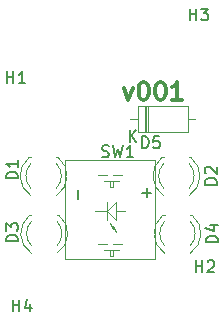
<source format=gbr>
G04 #@! TF.GenerationSoftware,KiCad,Pcbnew,(5.1.5-0-10_14)*
G04 #@! TF.CreationDate,2020-06-21T14:07:39+10:00*
G04 #@! TF.ProjectId,sq_indicator,73715f69-6e64-4696-9361-746f722e6b69,rev?*
G04 #@! TF.SameCoordinates,Original*
G04 #@! TF.FileFunction,Legend,Top*
G04 #@! TF.FilePolarity,Positive*
%FSLAX46Y46*%
G04 Gerber Fmt 4.6, Leading zero omitted, Abs format (unit mm)*
G04 Created by KiCad (PCBNEW (5.1.5-0-10_14)) date 2020-06-21 14:07:39*
%MOMM*%
%LPD*%
G04 APERTURE LIST*
%ADD10C,0.300000*%
%ADD11C,0.120000*%
%ADD12C,0.150000*%
G04 APERTURE END LIST*
D10*
X168764480Y-81979551D02*
X169121622Y-82979551D01*
X169478765Y-81979551D01*
X170335908Y-81479551D02*
X170478765Y-81479551D01*
X170621622Y-81550980D01*
X170693051Y-81622408D01*
X170764480Y-81765265D01*
X170835908Y-82050980D01*
X170835908Y-82408122D01*
X170764480Y-82693837D01*
X170693051Y-82836694D01*
X170621622Y-82908122D01*
X170478765Y-82979551D01*
X170335908Y-82979551D01*
X170193051Y-82908122D01*
X170121622Y-82836694D01*
X170050194Y-82693837D01*
X169978765Y-82408122D01*
X169978765Y-82050980D01*
X170050194Y-81765265D01*
X170121622Y-81622408D01*
X170193051Y-81550980D01*
X170335908Y-81479551D01*
X171764480Y-81479551D02*
X171907337Y-81479551D01*
X172050194Y-81550980D01*
X172121622Y-81622408D01*
X172193051Y-81765265D01*
X172264480Y-82050980D01*
X172264480Y-82408122D01*
X172193051Y-82693837D01*
X172121622Y-82836694D01*
X172050194Y-82908122D01*
X171907337Y-82979551D01*
X171764480Y-82979551D01*
X171621622Y-82908122D01*
X171550194Y-82836694D01*
X171478765Y-82693837D01*
X171407337Y-82408122D01*
X171407337Y-82050980D01*
X171478765Y-81765265D01*
X171550194Y-81622408D01*
X171621622Y-81550980D01*
X171764480Y-81479551D01*
X173693051Y-82979551D02*
X172835908Y-82979551D01*
X173264480Y-82979551D02*
X173264480Y-81479551D01*
X173121622Y-81693837D01*
X172978765Y-81836694D01*
X172835908Y-81908122D01*
D11*
X170506000Y-83467000D02*
X170506000Y-85707000D01*
X170746000Y-83467000D02*
X170746000Y-85707000D01*
X170626000Y-83467000D02*
X170626000Y-85707000D01*
X174796000Y-84587000D02*
X174146000Y-84587000D01*
X169256000Y-84587000D02*
X169906000Y-84587000D01*
X174146000Y-83467000D02*
X169906000Y-83467000D01*
X174146000Y-85707000D02*
X174146000Y-83467000D01*
X169906000Y-85707000D02*
X174146000Y-85707000D01*
X169906000Y-83467000D02*
X169906000Y-85707000D01*
X171380000Y-88060500D02*
X171380000Y-89330500D01*
X163760000Y-88058500D02*
X171380000Y-88060500D01*
X163760000Y-96448500D02*
X163760000Y-88066500D01*
X171380000Y-96442500D02*
X163760000Y-96428500D01*
X171380000Y-88314500D02*
X171380000Y-96442500D01*
X167570000Y-96188500D02*
X167570000Y-95680500D01*
X168586000Y-95172500D02*
X167824000Y-95172500D01*
X167824000Y-96188500D02*
X167570000Y-96188500D01*
X168332000Y-95680500D02*
X167062000Y-95680500D01*
X167316000Y-95172500D02*
X166554000Y-95172500D01*
X167824000Y-95680500D02*
X167824000Y-96188500D01*
X167570000Y-90346500D02*
X167570000Y-89838500D01*
X167824000Y-90346500D02*
X167570000Y-90346500D01*
X167824000Y-89838500D02*
X167824000Y-90346500D01*
X168332000Y-89838500D02*
X167062000Y-89838500D01*
X167316000Y-89330500D02*
X166554000Y-89330500D01*
X168586000Y-89330500D02*
X167824000Y-89330500D01*
X167824000Y-93902500D02*
X167570000Y-93394500D01*
X167824000Y-93648500D02*
X167824000Y-93902500D01*
X168078000Y-94156500D02*
X167824000Y-93648500D01*
X167316000Y-92378500D02*
X166300000Y-92378500D01*
X167316000Y-91616500D02*
X167316000Y-92378500D01*
X167316000Y-93140500D02*
X167316000Y-91616500D01*
X168078000Y-91616500D02*
X168078000Y-92378500D01*
X167316000Y-92378500D02*
X168078000Y-91616500D01*
X168078000Y-93140500D02*
X167316000Y-92378500D01*
X168078000Y-92378500D02*
X168078000Y-93140500D01*
X168840000Y-92378500D02*
X168078000Y-92378500D01*
X172196000Y-92745000D02*
X172040000Y-92745000D01*
X174512000Y-92745000D02*
X174356000Y-92745000D01*
X172196163Y-95346130D02*
G75*
G02X172196000Y-93264039I1079837J1041130D01*
G01*
X174355837Y-95346130D02*
G75*
G03X174356000Y-93264039I-1079837J1041130D01*
G01*
X172197392Y-95977335D02*
G75*
G02X172040484Y-92745000I1078608J1672335D01*
G01*
X174354608Y-95977335D02*
G75*
G03X174511516Y-92745000I-1078608J1672335D01*
G01*
X160916000Y-92745000D02*
X160760000Y-92745000D01*
X163232000Y-92745000D02*
X163076000Y-92745000D01*
X160916163Y-95346130D02*
G75*
G02X160916000Y-93264039I1079837J1041130D01*
G01*
X163075837Y-95346130D02*
G75*
G03X163076000Y-93264039I-1079837J1041130D01*
G01*
X160917392Y-95977335D02*
G75*
G02X160760484Y-92745000I1078608J1672335D01*
G01*
X163074608Y-95977335D02*
G75*
G03X163231516Y-92745000I-1078608J1672335D01*
G01*
X172106000Y-87865000D02*
X171950000Y-87865000D01*
X174422000Y-87865000D02*
X174266000Y-87865000D01*
X172106163Y-90466130D02*
G75*
G02X172106000Y-88384039I1079837J1041130D01*
G01*
X174265837Y-90466130D02*
G75*
G03X174266000Y-88384039I-1079837J1041130D01*
G01*
X172107392Y-91097335D02*
G75*
G02X171950484Y-87865000I1078608J1672335D01*
G01*
X174264608Y-91097335D02*
G75*
G03X174421516Y-87865000I-1078608J1672335D01*
G01*
X160866000Y-87865000D02*
X160710000Y-87865000D01*
X163182000Y-87865000D02*
X163026000Y-87865000D01*
X160866163Y-90466130D02*
G75*
G02X160866000Y-88384039I1079837J1041130D01*
G01*
X163025837Y-90466130D02*
G75*
G03X163026000Y-88384039I-1079837J1041130D01*
G01*
X160867392Y-91097335D02*
G75*
G02X160710484Y-87865000I1078608J1672335D01*
G01*
X163024608Y-91097335D02*
G75*
G03X163181516Y-87865000I-1078608J1672335D01*
G01*
D12*
X158818575Y-81585360D02*
X158818575Y-80585360D01*
X158818575Y-81061551D02*
X159390003Y-81061551D01*
X159390003Y-81585360D02*
X159390003Y-80585360D01*
X160390003Y-81585360D02*
X159818575Y-81585360D01*
X160104289Y-81585360D02*
X160104289Y-80585360D01*
X160009051Y-80728218D01*
X159913813Y-80823456D01*
X159818575Y-80871075D01*
X159326575Y-100905360D02*
X159326575Y-99905360D01*
X159326575Y-100381551D02*
X159898003Y-100381551D01*
X159898003Y-100905360D02*
X159898003Y-99905360D01*
X160802765Y-100238694D02*
X160802765Y-100905360D01*
X160564670Y-99857741D02*
X160326575Y-100572027D01*
X160945622Y-100572027D01*
X174312575Y-76267360D02*
X174312575Y-75267360D01*
X174312575Y-75743551D02*
X174884003Y-75743551D01*
X174884003Y-76267360D02*
X174884003Y-75267360D01*
X175264956Y-75267360D02*
X175884003Y-75267360D01*
X175550670Y-75648313D01*
X175693527Y-75648313D01*
X175788765Y-75695932D01*
X175836384Y-75743551D01*
X175884003Y-75838789D01*
X175884003Y-76076884D01*
X175836384Y-76172122D01*
X175788765Y-76219741D01*
X175693527Y-76267360D01*
X175407813Y-76267360D01*
X175312575Y-76219741D01*
X175264956Y-76172122D01*
X174820575Y-97587360D02*
X174820575Y-96587360D01*
X174820575Y-97063551D02*
X175392003Y-97063551D01*
X175392003Y-97587360D02*
X175392003Y-96587360D01*
X175820575Y-96682599D02*
X175868194Y-96634980D01*
X175963432Y-96587360D01*
X176201527Y-96587360D01*
X176296765Y-96634980D01*
X176344384Y-96682599D01*
X176392003Y-96777837D01*
X176392003Y-96873075D01*
X176344384Y-97015932D01*
X175772956Y-97587360D01*
X176392003Y-97587360D01*
X170271904Y-87071380D02*
X170271904Y-86071380D01*
X170510000Y-86071380D01*
X170652857Y-86119000D01*
X170748095Y-86214238D01*
X170795714Y-86309476D01*
X170843333Y-86499952D01*
X170843333Y-86642809D01*
X170795714Y-86833285D01*
X170748095Y-86928523D01*
X170652857Y-87023761D01*
X170510000Y-87071380D01*
X170271904Y-87071380D01*
X171748095Y-86071380D02*
X171271904Y-86071380D01*
X171224285Y-86547571D01*
X171271904Y-86499952D01*
X171367142Y-86452333D01*
X171605238Y-86452333D01*
X171700476Y-86499952D01*
X171748095Y-86547571D01*
X171795714Y-86642809D01*
X171795714Y-86880904D01*
X171748095Y-86976142D01*
X171700476Y-87023761D01*
X171605238Y-87071380D01*
X171367142Y-87071380D01*
X171271904Y-87023761D01*
X171224285Y-86976142D01*
X169224095Y-86563380D02*
X169224095Y-85563380D01*
X169795523Y-86563380D02*
X169366952Y-85991952D01*
X169795523Y-85563380D02*
X169224095Y-86134809D01*
X166883146Y-87785741D02*
X167026003Y-87833360D01*
X167264099Y-87833360D01*
X167359337Y-87785741D01*
X167406956Y-87738122D01*
X167454575Y-87642884D01*
X167454575Y-87547646D01*
X167406956Y-87452408D01*
X167359337Y-87404789D01*
X167264099Y-87357170D01*
X167073622Y-87309551D01*
X166978384Y-87261932D01*
X166930765Y-87214313D01*
X166883146Y-87119075D01*
X166883146Y-87023837D01*
X166930765Y-86928599D01*
X166978384Y-86880980D01*
X167073622Y-86833360D01*
X167311718Y-86833360D01*
X167454575Y-86880980D01*
X167787908Y-86833360D02*
X168026003Y-87833360D01*
X168216480Y-87119075D01*
X168406956Y-87833360D01*
X168645051Y-86833360D01*
X169549813Y-87833360D02*
X168978384Y-87833360D01*
X169264099Y-87833360D02*
X169264099Y-86833360D01*
X169168860Y-86976218D01*
X169073622Y-87071456D01*
X168978384Y-87119075D01*
X164831428Y-91339452D02*
X164831428Y-90577547D01*
X170689428Y-91235452D02*
X170689428Y-90473547D01*
X171070380Y-90854500D02*
X170308476Y-90854500D01*
X176688380Y-95043095D02*
X175688380Y-95043095D01*
X175688380Y-94805000D01*
X175736000Y-94662142D01*
X175831238Y-94566904D01*
X175926476Y-94519285D01*
X176116952Y-94471666D01*
X176259809Y-94471666D01*
X176450285Y-94519285D01*
X176545523Y-94566904D01*
X176640761Y-94662142D01*
X176688380Y-94805000D01*
X176688380Y-95043095D01*
X176021714Y-93614523D02*
X176688380Y-93614523D01*
X175640761Y-93852619D02*
X176355047Y-94090714D01*
X176355047Y-93471666D01*
X159778860Y-94977075D02*
X158778860Y-94977075D01*
X158778860Y-94738980D01*
X158826480Y-94596122D01*
X158921718Y-94500884D01*
X159016956Y-94453265D01*
X159207432Y-94405646D01*
X159350289Y-94405646D01*
X159540765Y-94453265D01*
X159636003Y-94500884D01*
X159731241Y-94596122D01*
X159778860Y-94738980D01*
X159778860Y-94977075D01*
X158778860Y-94072313D02*
X158778860Y-93453265D01*
X159159813Y-93786599D01*
X159159813Y-93643741D01*
X159207432Y-93548503D01*
X159255051Y-93500884D01*
X159350289Y-93453265D01*
X159588384Y-93453265D01*
X159683622Y-93500884D01*
X159731241Y-93548503D01*
X159778860Y-93643741D01*
X159778860Y-93929456D01*
X159731241Y-94024694D01*
X159683622Y-94072313D01*
X176598380Y-90163095D02*
X175598380Y-90163095D01*
X175598380Y-89925000D01*
X175646000Y-89782142D01*
X175741238Y-89686904D01*
X175836476Y-89639285D01*
X176026952Y-89591666D01*
X176169809Y-89591666D01*
X176360285Y-89639285D01*
X176455523Y-89686904D01*
X176550761Y-89782142D01*
X176598380Y-89925000D01*
X176598380Y-90163095D01*
X175693619Y-89210714D02*
X175646000Y-89163095D01*
X175598380Y-89067857D01*
X175598380Y-88829761D01*
X175646000Y-88734523D01*
X175693619Y-88686904D01*
X175788857Y-88639285D01*
X175884095Y-88639285D01*
X176026952Y-88686904D01*
X176598380Y-89258333D01*
X176598380Y-88639285D01*
X159778860Y-89643075D02*
X158778860Y-89643075D01*
X158778860Y-89404980D01*
X158826480Y-89262122D01*
X158921718Y-89166884D01*
X159016956Y-89119265D01*
X159207432Y-89071646D01*
X159350289Y-89071646D01*
X159540765Y-89119265D01*
X159636003Y-89166884D01*
X159731241Y-89262122D01*
X159778860Y-89404980D01*
X159778860Y-89643075D01*
X159778860Y-88119265D02*
X159778860Y-88690694D01*
X159778860Y-88404980D02*
X158778860Y-88404980D01*
X158921718Y-88500218D01*
X159016956Y-88595456D01*
X159064575Y-88690694D01*
M02*

</source>
